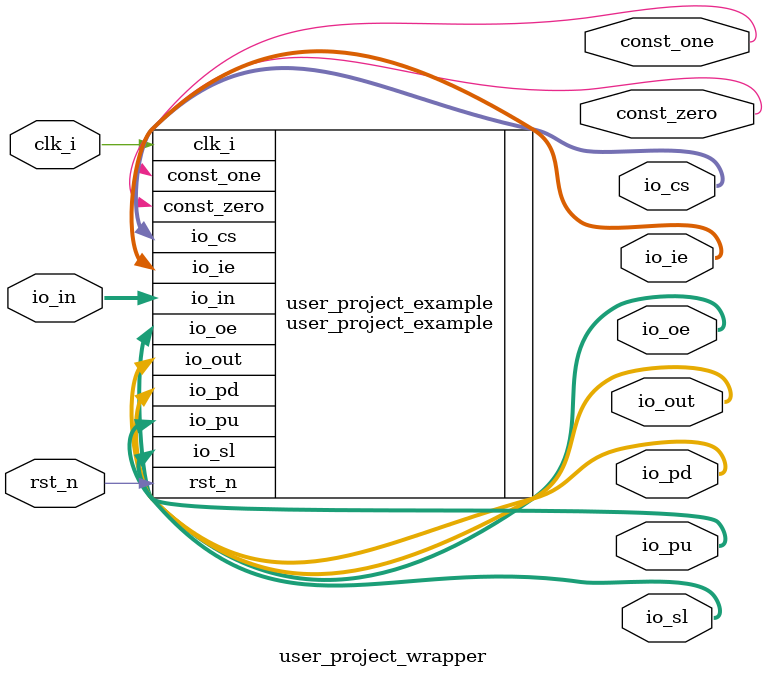
<source format=v>
`default_nettype none

module user_project_wrapper(
`ifdef USE_POWER_PINS
	inout wire VSS,
	inout wire VDD,
`endif
	input clk_i,
	input rst_n,
	
	output [42:0] io_out,
	input [42:0] io_in,
	output [42:0] io_oe,
	output [42:0] io_cs,
	output [42:0] io_sl,
	output [42:0] io_pu,
	output [42:0] io_pd,
	output [42:0] io_ie,
	output const_one,
	output const_zero
);

user_project_example user_project_example(
`ifdef USE_POWER_PINS
	.VSS(VSS),
	.VDD(VDD),
`endif
	.clk_i(clk_i),
	.rst_n(rst_n),
	.io_out(io_out),
	.io_in(io_in),
	.io_oe(io_oe),
	.io_cs(io_cs),
	.io_sl(io_sl),
	.io_pu(io_pu),
	.io_pd(io_pd),
	.io_ie(io_ie),
	.const_one(const_one),
	.const_zero(const_zero)
);

endmodule

</source>
